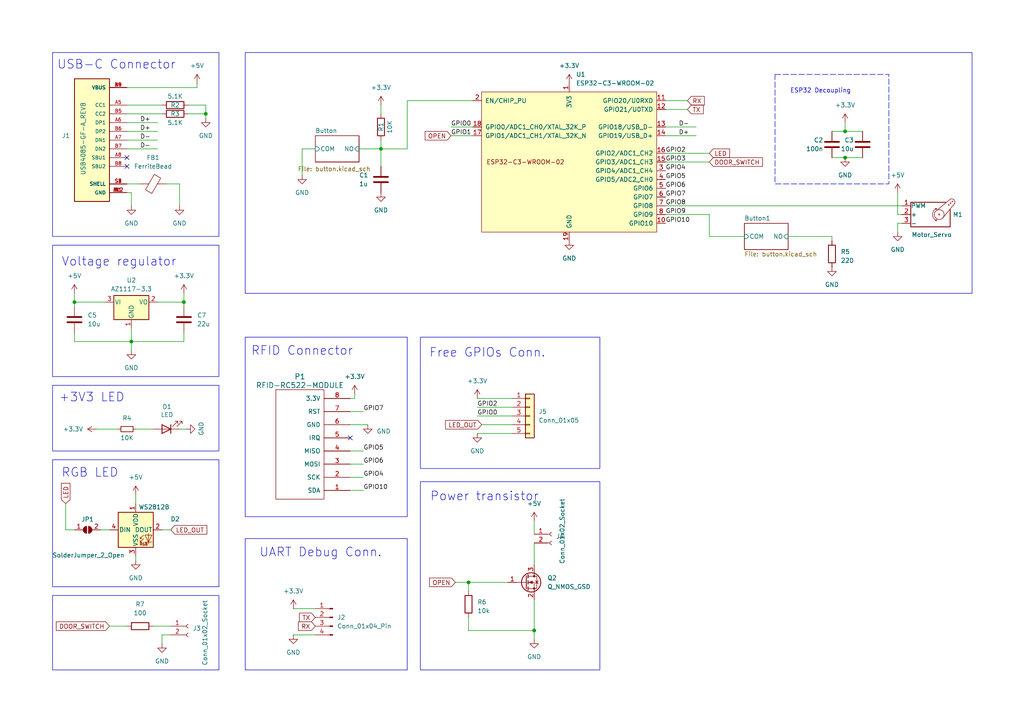
<source format=kicad_sch>
(kicad_sch (version 20231120) (generator "eeschema") (generator_version "8.0")
  (paper "A4")
  (title_block (title "SmartLockCC") (rev "1"))
  (lib_symbols
    (symbol "Connector:Conn_01x02_Socket" (pin_names (offset 1.016) hide)
      (property "Reference" "J" (at 0 2.54 0))
      (property "Value" "Conn_01x02_Socket" (at 0 -5.08 0))
      (symbol "Conn_01x02_Socket_1_1"
        (arc (start 0 -2.032) (mid -0.5058 -2.54) (end 0 -3.048) (stroke (width 0.1524)))
        (polyline (pts (xy -1.27 -2.54) (xy -0.508 -2.54)) (stroke (width 0.1524)))
        (polyline (pts (xy -1.27 0) (xy -0.508 0)) (stroke (width 0.1524)))
        (arc (start 0 0.508) (mid -0.5058 0) (end 0 -0.508) (stroke (width 0.1524)))
        (pin passive line (at -5.08 0 0) (length 3.81) (name "Pin_1") (number "1"))
        (pin passive line (at -5.08 -2.54 0) (length 3.81) (name "Pin_2") (number "2"))
      )
    )
    (symbol "Connector:Conn_01x04_Pin" (pin_names (offset 1.016) hide)
      (property "Reference" "J" (at 0 5.08 0))
      (property "Value" "Conn_01x04_Pin" (at 0 -7.62 0))
      (symbol "Conn_01x04_Pin_1_1"
        (polyline (pts (xy 1.27 -5.08) (xy 0.8636 -5.08)) (stroke (width 0.1524)))
        (polyline (pts (xy 1.27 -2.54) (xy 0.8636 -2.54)) (stroke (width 0.1524)))
        (polyline (pts (xy 1.27 0) (xy 0.8636 0)) (stroke (width 0.1524)))
        (polyline (pts (xy 1.27 2.54) (xy 0.8636 2.54)) (stroke (width 0.1524)))
        (rectangle (start 0.8636 -4.953) (end 0 -5.207) (stroke (width 0.1524)) (fill (type outline)))
        (rectangle (start 0.8636 -2.413) (end 0 -2.667) (stroke (width 0.1524)) (fill (type outline)))
        (rectangle (start 0.8636 0.127) (end 0 -0.127) (stroke (width 0.1524)) (fill (type outline)))
        (rectangle (start 0.8636 2.667) (end 0 2.413) (stroke (width 0.1524)) (fill (type outline)))
        (pin passive line (at 5.08 2.54 180) (length 3.81) (name "Pin_1") (number "1"))
        (pin passive line (at 5.08 0 180) (length 3.81) (name "Pin_2") (number "2"))
        (pin passive line (at 5.08 -2.54 180) (length 3.81) (name "Pin_3") (number "3"))
        (pin passive line (at 5.08 -5.08 180) (length 3.81) (name "Pin_4") (number "4"))
      )
    )
    (symbol "Connector_Generic:Conn_01x05" (pin_names (offset 1.016) hide)
      (property "Reference" "J" (at 0 7.62 0))
      (property "Value" "Conn_01x05" (at 0 -7.62 0))
      (symbol "Conn_01x05_1_1"
        (rectangle (start -1.27 -4.953) (end 0 -5.207) (stroke (width 0.1524)))
        (rectangle (start -1.27 -2.413) (end 0 -2.667) (stroke (width 0.1524)))
        (rectangle (start -1.27 0.127) (end 0 -0.127) (stroke (width 0.1524)))
        (rectangle (start -1.27 2.667) (end 0 2.413) (stroke (width 0.1524)))
        (rectangle (start -1.27 5.207) (end 0 4.953) (stroke (width 0.1524)))
        (rectangle (start -1.27 6.35) (end 1.27 -6.35) (stroke (width 0.254)) (fill (type background)))
        (pin passive line (at -5.08 5.08 0) (length 3.81) (name "Pin_1") (number "1"))
        (pin passive line (at -5.08 2.54 0) (length 3.81) (name "Pin_2") (number "2"))
        (pin passive line (at -5.08 0 0) (length 3.81) (name "Pin_3") (number "3"))
        (pin passive line (at -5.08 -2.54 0) (length 3.81) (name "Pin_4") (number "4"))
        (pin passive line (at -5.08 -5.08 0) (length 3.81) (name "Pin_5") (number "5"))
      )
    )
    (symbol "Device:C" (pin_numbers hide) (pin_names (offset 0.254))
      (property "Reference" "C" (at 0.635 2.54 0))
      (property "Value" "C" (at 0.635 -2.54 0))
      (symbol "C_0_1"
        (polyline (pts (xy -2.032 -0.762) (xy 2.032 -0.762)) (stroke (width 0.508)))
        (polyline (pts (xy -2.032 0.762) (xy 2.032 0.762)) (stroke (width 0.508)))
      )
      (symbol "C_1_1"
        (pin passive line (at 0 3.81 270) (length 2.794) (name "~") (number "1"))
        (pin passive line (at 0 -3.81 90) (length 2.794) (name "~") (number "2"))
      )
    )
    (symbol "Device:FerriteBead" (pin_numbers hide) (pin_names (offset 0))
      (property "Reference" "FB" (at -3.81 0.635 90))
      (property "Value" "FerriteBead" (at 3.81 0 90))
      (symbol "FerriteBead_0_1"
        (polyline (pts (xy 0 -1.27) (xy 0 -1.2192)))
        (polyline (pts (xy 0 1.27) (xy 0 1.2954)))
        (polyline (pts (xy -2.7686 0.4064) (xy -1.7018 2.2606) (xy 2.7686 -0.3048) (xy 1.6764 -2.159) (xy -2.7686 0.4064)))
      )
      (symbol "FerriteBead_1_1"
        (pin passive line (at 0 3.81 270) (length 2.54) (name "~") (number "1"))
        (pin passive line (at 0 -3.81 90) (length 2.54) (name "~") (number "2"))
      )
    )
    (symbol "Device:LED" (pin_numbers hide) (pin_names (offset 1.016) hide)
      (property "Reference" "D" (at 0 2.54 0))
      (property "Value" "LED" (at 0 -2.54 0))
      (symbol "LED_0_1"
        (polyline (pts (xy -1.27 -1.27) (xy -1.27 1.27)) (stroke (width 0.254)))
        (polyline (pts (xy -1.27 0) (xy 1.27 0)))
        (polyline (pts (xy 1.27 -1.27) (xy 1.27 1.27) (xy -1.27 0) (xy 1.27 -1.27)) (stroke (width 0.254)))
        (polyline (pts (xy -3.048 -0.762) (xy -4.572 -2.286) (xy -3.81 -2.286) (xy -4.572 -2.286) (xy -4.572 -1.524)))
        (polyline (pts (xy -1.778 -0.762) (xy -3.302 -2.286) (xy -2.54 -2.286) (xy -3.302 -2.286) (xy -3.302 -1.524)))
      )
      (symbol "LED_1_1"
        (pin passive line (at -3.81 0 0) (length 2.54) (name "K") (number "1"))
        (pin passive line (at 3.81 0 180) (length 2.54) (name "A") (number "2"))
      )
    )
    (symbol "Device:Q_NMOS_GSD" (pin_names (offset 0) hide)
      (property "Reference" "Q" (at 5.08 1.27 0))
      (property "Value" "Q_NMOS_GSD" (at 5.08 -1.27 0))
      (symbol "Q_NMOS_GSD_0_1"
        (polyline (pts (xy 0.254 0) (xy -2.54 0)))
        (polyline (pts (xy 0.254 1.905) (xy 0.254 -1.905)) (stroke (width 0.254)))
        (polyline (pts (xy 0.762 -1.27) (xy 0.762 -2.286)) (stroke (width 0.254)))
        (polyline (pts (xy 0.762 0.508) (xy 0.762 -0.508)) (stroke (width 0.254)))
        (polyline (pts (xy 0.762 2.286) (xy 0.762 1.27)) (stroke (width 0.254)))
        (polyline (pts (xy 2.54 2.54) (xy 2.54 1.778)))
        (polyline (pts (xy 2.54 -2.54) (xy 2.54 0) (xy 0.762 0)))
        (polyline (pts (xy 0.762 -1.778) (xy 3.302 -1.778) (xy 3.302 1.778) (xy 0.762 1.778)))
        (polyline (pts (xy 1.016 0) (xy 2.032 0.381) (xy 2.032 -0.381) (xy 1.016 0)) (fill (type outline)))
        (polyline (pts (xy 2.794 0.508) (xy 2.921 0.381) (xy 3.683 0.381) (xy 3.81 0.254)))
        (polyline (pts (xy 3.302 0.381) (xy 2.921 -0.254) (xy 3.683 -0.254) (xy 3.302 0.381)))
        (circle (center 1.651 0) (radius 2.794) (stroke (width 0.254)))
        (circle (center 2.54 -1.778) (radius 0.254) (fill (type outline)))
        (circle (center 2.54 1.778) (radius 0.254) (fill (type outline)))
      )
      (symbol "Q_NMOS_GSD_1_1"
        (pin input line (at -5.08 0 0) (length 2.54) (name "G") (number "1"))
        (pin passive line (at 2.54 -5.08 90) (length 2.54) (name "S") (number "2"))
        (pin passive line (at 2.54 5.08 270) (length 2.54) (name "D") (number "3"))
      )
    )
    (symbol "Device:R" (pin_numbers hide) (pin_names (offset 0))
      (property "Reference" "R" (at 2.032 0 90))
      (property "Value" "R" (at 0 0 90))
      (symbol "R_0_1"
        (rectangle (start -1.016 -2.54) (end 1.016 2.54) (stroke (width 0.254)))
      )
      (symbol "R_1_1"
        (pin passive line (at 0 3.81 270) (length 1.27) (name "~") (number "1"))
        (pin passive line (at 0 -3.81 90) (length 1.27) (name "~") (number "2"))
      )
    )
    (symbol "Device:R_Small" (pin_numbers hide) (pin_names (offset 0.254) hide)
      (property "Reference" "R" (at 0.762 0.508 0))
      (property "Value" "Device_R_Small" (at 0.762 -1.016 0))
      (symbol "R_Small_0_1"
        (rectangle (start -0.762 1.778) (end 0.762 -1.778) (stroke (width 0.2032)))
      )
      (symbol "R_Small_1_1"
        (pin passive line (at 0 2.54 270) (length 0.762) (name "~") (number "1"))
        (pin passive line (at 0 -2.54 90) (length 0.762) (name "~") (number "2"))
      )
    )
    (symbol "Espressif:ESP32-C3-WROOM-02" (pin_names (offset 1.016))
      (property "Reference" "U" (at -25.4 25.4 0))
      (property "Value" "ESP32-C3-WROOM-02" (at -25.4 22.86 0))
      (symbol "ESP32-C3-WROOM-02_0_0"
        (text "ESP32-C3-WROOM-02" (at -12.7 0 0) (effects (font (size 1.27 1.27))))
      )
      (symbol "ESP32-C3-WROOM-02_0_1"
        (rectangle (start 25.4 20.32) (end -25.4 -20.32) (fill (type background)))
      )
      (symbol "ESP32-C3-WROOM-02_1_1"
        (pin power_in line (at 0 22.86 270) (length 2.54) (name "3V3") (number "1"))
        (pin bidirectional line (at 27.94 -17.78 180) (length 2.54) (name "GPIO10") (number "10"))
        (pin bidirectional line (at 27.94 17.78 180) (length 2.54) (name "GPIO20/U0RXD") (number "11"))
        (pin bidirectional line (at 27.94 15.24 180) (length 2.54) (name "GPIO21/U0TXD") (number "12"))
        (pin bidirectional line (at 27.94 10.16 180) (length 2.54) (name "GPIO18/USB_D-") (number "13"))
        (pin bidirectional line (at 27.94 7.62 180) (length 2.54) (name "GPIO19/USB_D+") (number "14"))
        (pin bidirectional line (at 27.94 0 180) (length 2.54) (name "GPIO3/ADC1_CH3") (number "15"))
        (pin bidirectional line (at 27.94 2.54 180) (length 2.54) (name "GPIO2/ADC1_CH2") (number "16"))
        (pin bidirectional line (at -27.94 7.62 0) (length 2.54) (name "GPIO1/ADC1_CH1/XTAL_32K_N") (number "17"))
        (pin bidirectional line (at -27.94 10.16 0) (length 2.54) (name "GPIO0/ADC1_CH0/XTAL_32K_P") (number "18"))
        (pin power_in line (at 0 -22.86 90) (length 2.54) (name "GND") (number "19"))
        (pin input line (at -27.94 17.78 0) (length 2.54) (name "EN/CHIP_PU") (number "2"))
        (pin bidirectional line (at 27.94 -2.54 180) (length 2.54) (name "GPIO4/ADC1_CH4") (number "3"))
        (pin bidirectional line (at 27.94 -5.08 180) (length 2.54) (name "GPIO5/ADC2_CH0") (number "4"))
        (pin bidirectional line (at 27.94 -7.62 180) (length 2.54) (name "GPIO6") (number "5"))
        (pin bidirectional line (at 27.94 -10.16 180) (length 2.54) (name "GPIO7") (number "6"))
        (pin bidirectional line (at 27.94 -12.7 180) (length 2.54) (name "GPIO8") (number "7"))
        (pin bidirectional line (at 27.94 -15.24 180) (length 2.54) (name "GPIO9") (number "8"))
        (pin passive line (at 0 -22.86 90) (length 2.54) hide (name "GND") (number "9"))
      )
    )
    (symbol "Jumper:SolderJumper_2_Open" (pin_names (offset 0) hide)
      (property "Reference" "JP" (at 0 2.032 0))
      (property "Value" "SolderJumper_2_Open" (at 0 -2.54 0))
      (symbol "SolderJumper_2_Open_0_1"
        (arc (start -0.254 1.016) (mid -1.2656 0) (end -0.254 -1.016))
        (arc (start -0.254 1.016) (mid -1.2656 0) (end -0.254 -1.016) (fill (type outline)))
        (polyline (pts (xy -0.254 1.016) (xy -0.254 -1.016)))
        (polyline (pts (xy 0.254 1.016) (xy 0.254 -1.016)))
        (arc (start 0.254 -1.016) (mid 1.2656 0) (end 0.254 1.016))
        (arc (start 0.254 -1.016) (mid 1.2656 0) (end 0.254 1.016) (fill (type outline)))
      )
      (symbol "SolderJumper_2_Open_1_1"
        (pin passive line (at -3.81 0 0) (length 2.54) (name "A") (number "1"))
        (pin passive line (at 3.81 0 180) (length 2.54) (name "B") (number "2"))
      )
    )
    (symbol "LED:WS2812B" (pin_names (offset 0.254))
      (property "Reference" "D" (at 5.08 5.715 0))
      (property "Value" "WS2812B" (at 1.27 -5.715 0))
      (symbol "WS2812B_0_0"
        (text "RGB" (at 2.286 -4.191 0) (effects (font (size 0.762 0.762))))
      )
      (symbol "WS2812B_0_1"
        (polyline (pts (xy 1.27 -3.556) (xy 1.778 -3.556)))
        (polyline (pts (xy 1.27 -2.54) (xy 1.778 -2.54)))
        (polyline (pts (xy 4.699 -3.556) (xy 2.667 -3.556)))
        (polyline (pts (xy 2.286 -2.54) (xy 1.27 -3.556) (xy 1.27 -3.048)))
        (polyline (pts (xy 2.286 -1.524) (xy 1.27 -2.54) (xy 1.27 -2.032)))
        (polyline (pts (xy 3.683 -1.016) (xy 3.683 -3.556) (xy 3.683 -4.064)))
        (polyline (pts (xy 4.699 -1.524) (xy 2.667 -1.524) (xy 3.683 -3.556) (xy 4.699 -1.524)))
        (rectangle (start 5.08 5.08) (end -5.08 -5.08) (stroke (width 0.254)) (fill (type background)))
      )
      (symbol "WS2812B_1_1"
        (pin power_in line (at 0 7.62 270) (length 2.54) (name "VDD") (number "1"))
        (pin output line (at 7.62 0 180) (length 2.54) (name "DOUT") (number "2"))
        (pin power_in line (at 0 -7.62 90) (length 2.54) (name "VSS") (number "3"))
        (pin input line (at -7.62 0 0) (length 2.54) (name "DIN") (number "4"))
      )
    )
    (symbol "Motor:Motor_Servo" (pin_names (offset 0.0254))
      (property "Reference" "M" (at -5.08 4.445 0))
      (property "Value" "Motor_Servo" (at -5.08 -4.064 0))
      (symbol "Motor_Servo_0_1"
        (polyline (pts (xy 2.413 -1.778) (xy 2.032 -1.778)))
        (polyline (pts (xy 2.413 -1.778) (xy 2.286 -1.397)))
        (polyline (pts (xy 2.413 1.778) (xy 1.905 1.778)))
        (polyline (pts (xy 2.413 1.778) (xy 2.286 1.397)))
        (polyline (pts (xy 6.35 4.445) (xy 2.54 1.27)))
        (polyline (pts (xy 7.62 3.175) (xy 4.191 -1.016)))
        (polyline (pts (xy 5.08 3.556) (xy -5.08 3.556) (xy -5.08 -3.556) (xy 6.35 -3.556) (xy 6.35 1.524)) (stroke (width 0.254)))
        (arc (start 2.413 1.778) (mid 1.2406 0) (end 2.413 -1.778))
        (circle (center 3.175 0) (radius 0.1778))
        (circle (center 3.175 0) (radius 1.4224))
        (circle (center 5.969 2.794) (radius 0.127))
        (circle (center 6.477 3.302) (radius 0.127))
        (circle (center 6.985 3.81) (radius 0.127))
        (arc (start 7.62 3.175) (mid 7.4485 4.2735) (end 6.35 4.445))
      )
      (symbol "Motor_Servo_1_1"
        (pin passive line (at -7.62 2.54 0) (length 2.54) (name "PWM") (number "1"))
        (pin passive line (at -7.62 0 0) (length 2.54) (name "+") (number "2"))
        (pin passive line (at -7.62 -2.54 0) (length 2.54) (name "-") (number "3"))
      )
    )
    (symbol "Regulator_Linear:AZ1117-3.3" (pin_names (offset 0.254))
      (property "Reference" "U" (at -3.81 3.175 0))
      (property "Value" "AZ1117-3.3" (at 0 3.175 0))
      (symbol "AZ1117-3.3_0_1"
        (rectangle (start -5.08 1.905) (end 5.08 -5.08) (stroke (width 0.254)) (fill (type background)))
      )
      (symbol "AZ1117-3.3_1_1"
        (pin power_in line (at 0 -7.62 90) (length 2.54) (name "GND") (number "1"))
        (pin power_out line (at 7.62 0 180) (length 2.54) (name "VO") (number "2"))
        (pin power_in line (at -7.62 0 0) (length 2.54) (name "VI") (number "3"))
      )
    )
    (symbol "USB4085-GF-A_REVB:USB4085-GF-A_REVB" (pin_names (offset 1.016))
      (property "Reference" "J" (at -5.08 18.288 0))
      (property "Value" "USB4085-GF-A_REVB" (at -5.08 -20.32 0))
      (symbol "USB4085-GF-A_REVB_0_0"
        (rectangle (start -5.08 -17.78) (end 5.08 17.78) (stroke (width 0.254)) (fill (type background)))
        (pin power_in line (at -10.16 -15.24 0) (length 5.08) (name "GND") (number "A1"))
        (pin power_in line (at -10.16 -15.24 0) (length 5.08) (name "GND") (number "A12"))
        (pin power_in line (at -10.16 15.24 0) (length 5.08) (name "VBUS") (number "A4"))
        (pin bidirectional line (at -10.16 10.16 0) (length 5.08) (name "CC1") (number "A5"))
        (pin bidirectional line (at -10.16 5.08 0) (length 5.08) (name "DP1") (number "A6"))
        (pin bidirectional line (at -10.16 0 0) (length 5.08) (name "DN1") (number "A7"))
        (pin bidirectional line (at -10.16 -5.08 0) (length 5.08) (name "SBU1") (number "A8"))
        (pin power_in line (at -10.16 15.24 0) (length 5.08) (name "VBUS") (number "A9"))
        (pin power_in line (at -10.16 -15.24 0) (length 5.08) (name "GND") (number "B1"))
        (pin power_in line (at -10.16 -15.24 0) (length 5.08) (name "GND") (number "B12"))
        (pin power_in line (at -10.16 15.24 0) (length 5.08) (name "VBUS") (number "B4"))
        (pin bidirectional line (at -10.16 7.62 0) (length 5.08) (name "CC2") (number "B5"))
        (pin bidirectional line (at -10.16 2.54 0) (length 5.08) (name "DP2") (number "B6"))
        (pin bidirectional line (at -10.16 -2.54 0) (length 5.08) (name "DN2") (number "B7"))
        (pin bidirectional line (at -10.16 -7.62 0) (length 5.08) (name "SBU2") (number "B8"))
        (pin power_in line (at -10.16 15.24 0) (length 5.08) (name "VBUS") (number "B9"))
        (pin passive line (at -10.16 -12.7 0) (length 5.08) (name "SHELL") (number "S1"))
        (pin passive line (at -10.16 -12.7 0) (length 5.08) (name "SHELL") (number "S2"))
        (pin passive line (at -10.16 -12.7 0) (length 5.08) (name "SHELL") (number "S3"))
        (pin passive line (at -10.16 -12.7 0) (length 5.08) (name "SHELL") (number "S4"))
      )
    )
    (symbol "power:+3.3V" (power) (pin_names (offset 0))
      (property "Value" "+3.3V" (at 0 3.556 0))
      (symbol "+3.3V_0_1"
        (polyline (pts (xy -0.762 1.27) (xy 0 2.54)))
        (polyline (pts (xy 0 0) (xy 0 2.54)))
        (polyline (pts (xy 0 2.54) (xy 0.762 1.27)))
      )
      (symbol "+3.3V_1_1"
        (pin power_in line (at 0 0 90) (length 0) hide (name "+3.3V") (number "1"))
      )
    )
    (symbol "power:+5V" (power) (pin_names (offset 0))
      (property "Value" "+5V" (at 0 3.556 0))
      (symbol "+5V_0_1"
        (polyline (pts (xy -0.762 1.27) (xy 0 2.54)))
        (polyline (pts (xy 0 0) (xy 0 2.54)))
        (polyline (pts (xy 0 2.54) (xy 0.762 1.27)))
      )
      (symbol "+5V_1_1"
        (pin power_in line (at 0 0 90) (length 0) hide (name "+5V") (number "1"))
      )
    )
    (symbol "power:GND" (power) (pin_names (offset 0))
      (property "Value" "GND" (at 0 -3.81 0))
      (symbol "GND_0_1"
        (polyline (pts (xy 0 0) (xy 0 -1.27) (xy 1.27 -1.27) (xy 0 -2.54) (xy -1.27 -1.27) (xy 0 -1.27)))
      )
      (symbol "GND_1_1"
        (pin power_in line (at 0 0 270) (length 0) hide (name "GND") (number "1"))
      )
    )
    (symbol "rfid-rc522-module:RFID-RC522-MODULE" (pin_names (offset 1.016))
      (property "Reference" "P" (at 0 1.27 0))
      (property "Value" "RFID-RC522-MODULE" (at -1.27 3.81 0))
      (symbol "RFID-RC522-MODULE_0_1"
        (rectangle (start -16.51 7.62) (end 15.24 -6.35))
      )
      (symbol "RFID-RC522-MODULE_1_1"
        (pin input line (at -13.97 -13.97 90) (length 7.62) (name "SDA") (number "1"))
        (pin input line (at -10.16 -13.97 90) (length 7.62) (name "SCK") (number "2"))
        (pin input line (at -6.35 -13.97 90) (length 7.62) (name "MOSI") (number "3"))
        (pin input line (at -2.54 -13.97 90) (length 7.62) (name "MISO") (number "4"))
        (pin input line (at 1.27 -13.97 90) (length 7.62) (name "IRQ") (number "5"))
        (pin input line (at 5.08 -13.97 90) (length 7.62) (name "GND") (number "6"))
        (pin input line (at 8.89 -13.97 90) (length 7.62) (name "RST") (number "7"))
        (pin input line (at 12.7 -13.97 90) (length 7.62) (name "3.3V") (number "8"))
      )
    )
  )
  (junction (at 245.11 45.72))
  (junction (at 154.94 182.88))
  (junction (at 38.1 99.06))
  (junction (at 53.34 87.63))
  (junction (at 21.59 87.63))
  (junction (at 245.11 38.1))
  (junction (at 135.89 168.91))
  (junction (at 59.69 33.02))
  (junction (at 110.49 43.18))
  (no_connect (at 36.83 45.72))
  (no_connect (at 101.6 127))
  (no_connect (at 36.83 48.26))
  (wire (pts (xy 245.11 38.1) (xy 250.19 38.1)))
  (wire (pts (xy 54.61 33.02) (xy 59.69 33.02)))
  (wire (pts (xy 46.99 186.69) (xy 46.99 184.15)))
  (wire (pts (xy 241.3 68.58) (xy 241.3 69.85)))
  (wire (pts (xy 45.72 87.63) (xy 53.34 87.63)))
  (wire (pts (xy 199.39 29.21) (xy 193.04 29.21)))
  (wire (pts (xy 105.41 138.43) (xy 101.6 138.43)))
  (wire (pts (xy 87.63 43.18) (xy 87.63 50.8)))
  (wire (pts (xy 19.05 153.67) (xy 21.59 153.67)))
  (wire (pts (xy 205.74 68.58) (xy 215.9 68.58)))
  (wire (pts (xy 205.74 46.99) (xy 193.04 46.99)))
  (wire (pts (xy 154.94 157.48) (xy 154.94 163.83)))
  (wire (pts (xy 118.11 29.21) (xy 137.16 29.21)))
  (wire (pts (xy 85.09 184.15) (xy 91.44 184.15)))
  (wire (pts (xy 57.15 24.13) (xy 57.15 25.4)))
  (wire (pts (xy 105.41 142.24) (xy 101.6 142.24)))
  (wire (pts (xy 260.35 62.23) (xy 261.62 62.23)))
  (wire (pts (xy 38.1 101.6) (xy 38.1 99.06)))
  (polyline (pts (xy 71.12 156.21) (xy 71.12 194.31)))
  (wire (pts (xy 53.34 99.06) (xy 53.34 96.52)))
  (wire (pts (xy 36.83 43.18) (xy 45.72 43.18)))
  (wire (pts (xy 135.89 179.07) (xy 135.89 182.88)))
  (wire (pts (xy 21.59 99.06) (xy 38.1 99.06)))
  (wire (pts (xy 53.34 87.63) (xy 53.34 88.9)))
  (wire (pts (xy 241.3 45.72) (xy 245.11 45.72)))
  (wire (pts (xy 147.32 168.91) (xy 135.89 168.91)))
  (wire (pts (xy 135.89 182.88) (xy 154.94 182.88)))
  (wire (pts (xy 59.69 30.48) (xy 54.61 30.48)))
  (wire (pts (xy 135.89 168.91) (xy 135.89 171.45)))
  (wire (pts (xy 193.04 59.69) (xy 261.62 59.69)))
  (wire (pts (xy 59.69 30.48) (xy 59.69 33.02)))
  (wire (pts (xy 260.35 55.88) (xy 260.35 62.23)))
  (wire (pts (xy 39.37 143.51) (xy 39.37 146.05)))
  (wire (pts (xy 138.43 115.57) (xy 148.59 115.57)))
  (wire (pts (xy 102.87 115.57) (xy 102.87 114.3)))
  (wire (pts (xy 104.14 43.18) (xy 110.49 43.18)))
  (wire (pts (xy 48.26 53.34) (xy 52.07 53.34)))
  (wire (pts (xy 245.11 38.1) (xy 241.3 38.1)))
  (wire (pts (xy 205.74 68.58) (xy 205.74 62.23)))
  (wire (pts (xy 39.37 161.29) (xy 39.37 162.56)))
  (wire (pts (xy 52.07 53.34) (xy 52.07 59.69)))
  (wire (pts (xy 199.39 31.75) (xy 193.04 31.75)))
  (wire (pts (xy 105.41 119.38) (xy 101.6 119.38)))
  (wire (pts (xy 154.94 151.13) (xy 154.94 154.94)))
  (wire (pts (xy 130.81 36.83) (xy 137.16 36.83)))
  (wire (pts (xy 38.1 55.88) (xy 36.83 55.88)))
  (wire (pts (xy 101.6 130.81) (xy 105.41 130.81)))
  (wire (pts (xy 154.94 182.88) (xy 154.94 185.42)))
  (wire (pts (xy 19.05 146.05) (xy 19.05 153.67)))
  (wire (pts (xy 138.43 118.11) (xy 148.59 118.11)))
  (wire (pts (xy 245.11 45.72) (xy 250.19 45.72)))
  (wire (pts (xy 53.34 85.09) (xy 53.34 87.63)))
  (wire (pts (xy 31.75 181.61) (xy 36.83 181.61)))
  (wire (pts (xy 261.62 64.77) (xy 260.35 64.77)))
  (wire (pts (xy 59.69 33.02) (xy 59.69 34.29)))
  (wire (pts (xy 193.04 39.37) (xy 201.93 39.37)))
  (wire (pts (xy 38.1 55.88) (xy 38.1 59.69)))
  (wire (pts (xy 44.45 124.46) (xy 39.37 124.46)))
  (wire (pts (xy 44.45 181.61) (xy 49.53 181.61)))
  (wire (pts (xy 138.43 125.73) (xy 148.59 125.73)))
  (wire (pts (xy 154.94 173.99) (xy 154.94 182.88)))
  (wire (pts (xy 228.6 68.58) (xy 241.3 68.58)))
  (wire (pts (xy 101.6 123.19) (xy 106.68 123.19)))
  (wire (pts (xy 102.87 115.57) (xy 101.6 115.57)))
  (wire (pts (xy 46.99 184.15) (xy 49.53 184.15)))
  (polyline (pts (xy 71.12 156.21) (xy 118.11 156.21)))
  (wire (pts (xy 130.81 39.37) (xy 137.16 39.37)))
  (wire (pts (xy 36.83 38.1) (xy 45.72 38.1)))
  (polyline (pts (xy 118.11 156.21) (xy 118.11 194.31)))
  (wire (pts (xy 36.83 40.64) (xy 45.72 40.64)))
  (wire (pts (xy 36.83 33.02) (xy 46.99 33.02)))
  (wire (pts (xy 34.29 124.46) (xy 27.94 124.46)))
  (wire (pts (xy 29.21 153.67) (xy 31.75 153.67)))
  (wire (pts (xy 38.1 99.06) (xy 38.1 95.25)))
  (wire (pts (xy 49.53 153.67) (xy 46.99 153.67)))
  (wire (pts (xy 38.1 99.06) (xy 53.34 99.06)))
  (wire (pts (xy 21.59 87.63) (xy 21.59 88.9)))
  (wire (pts (xy 21.59 96.52) (xy 21.59 99.06)))
  (polyline (pts (xy 118.11 194.31) (xy 71.12 194.31)))
  (wire (pts (xy 193.04 36.83) (xy 201.93 36.83)))
  (wire (pts (xy 138.43 120.65) (xy 148.59 120.65)))
  (wire (pts (xy 46.99 30.48) (xy 36.83 30.48)))
  (wire (pts (xy 57.15 25.4) (xy 36.83 25.4)))
  (wire (pts (xy 110.49 43.18) (xy 110.49 48.26)))
  (wire (pts (xy 260.35 64.77) (xy 260.35 67.31)))
  (wire (pts (xy 245.11 35.56) (xy 245.11 38.1)))
  (wire (pts (xy 21.59 87.63) (xy 21.59 85.09)))
  (wire (pts (xy 85.09 176.53) (xy 91.44 176.53)))
  (wire (pts (xy 118.11 29.21) (xy 118.11 43.18)))
  (wire (pts (xy 36.83 35.56) (xy 45.72 35.56)))
  (wire (pts (xy 118.11 43.18) (xy 110.49 43.18)))
  (wire (pts (xy 36.83 53.34) (xy 40.64 53.34)))
  (wire (pts (xy 30.48 87.63) (xy 21.59 87.63)))
  (wire (pts (xy 101.6 134.62) (xy 105.41 134.62)))
  (wire (pts (xy 110.49 40.64) (xy 110.49 43.18)))
  (wire (pts (xy 205.74 44.45) (xy 193.04 44.45)))
  (wire (pts (xy 110.49 30.48) (xy 110.49 33.02)))
  (wire (pts (xy 205.74 62.23) (xy 193.04 62.23)))
  (wire (pts (xy 132.08 168.91) (xy 135.89 168.91)))
  (wire (pts (xy 91.44 43.18) (xy 87.63 43.18)))
  (wire (pts (xy 52.07 124.46) (xy 53.975 124.46)))
  (wire (pts (xy 139.7 123.19) (xy 148.59 123.19)))
  (rectangle (start 15.24 111.76) (end 63.5 130.81))
  (rectangle (start 121.92 139.7) (end 173.99 194.31))
  (rectangle (start 224.79 21.59) (end 257.81 53.34) (stroke (width 0) (type dash)))
  (rectangle (start 71.12 97.79) (end 118.11 149.86))
  (rectangle (start 15.24 133.35) (end 63.5 170.18))
  (rectangle (start 15.24 15.24) (end 63.5 68.58))
  (rectangle (start 15.24 71.12) (end 63.5 109.22))
  (rectangle (start 71.12 15.24) (end 281.94 85.09))
  (rectangle (start 15.24 172.72) (end 63.5 194.31))
  (rectangle (start 121.92 97.79) (end 173.99 135.89))
  (text "Voltage regulator" (at 17.78 77.47 0) (effects (font (size 2.54 2.54)) (justify left bottom)))
  (text "+3V3 LED" (at 17.018 116.84 0) (effects (font (size 2.54 2.54)) (justify left bottom)))
  (text "RGB LED" (at 17.78 138.684 0) (effects (font (size 2.54 2.54)) (justify left bottom)))
  (text "UART Debug Conn." (at 75.184 161.798 0) (effects (font (size 2.54 2.54)) (justify left bottom)))
  (text "RFID Connector" (at 87.63 101.854 0) (effects (font (size 2.54 2.54))))
  (text "Power transistor" (at 124.714 145.542 0) (effects (font (size 2.54 2.54)) (justify left bottom)))
  (text "ESP32 Decoupling" (at 237.998 26.416 0) (effects (font (size 1.27 1.27))))
  (text "USB-C Connector" (at 16.51 20.32 0) (effects (font (size 2.54 2.54)) (justify left bottom)))
  (text "Free GPIOs Conn." (at 124.46 103.886 0) (effects (font (size 2.54 2.54)) (justify left bottom)))
  (label "GPIO5" (at 105.41 130.81 0))
  (label "D-" (at 40.64 40.64 0))
  (label "GPIO5" (at 193.04 52.07 0))
  (label "D+" (at 40.64 38.1 0))
  (label "GPIO6" (at 105.41 134.62 0))
  (label "GPIO2" (at 193.04 44.45 0))
  (label "GPIO8" (at 193.04 59.69 0))
  (label "GPIO4" (at 105.41 138.43 0))
  (label "GPIO2" (at 138.43 118.11 0))
  (label "GPIO1" (at 130.81 39.37 0))
  (label "GPIO0" (at 138.43 120.65 0))
  (label "GPIO7" (at 105.41 119.38 0))
  (label "GPIO6" (at 193.04 54.61 0))
  (label "GPIO0" (at 130.81 36.83 0))
  (label "D-" (at 196.85 36.83 0))
  (label "D+" (at 196.85 39.37 0))
  (label "D-" (at 40.64 43.18 0))
  (label "GPIO3" (at 193.04 46.99 0))
  (label "GPIO9" (at 193.04 62.23 0))
  (label "D+" (at 40.64 35.56 0))
  (label "GPIO4" (at 193.04 49.53 0))
  (label "GPIO10" (at 193.04 64.77 0))
  (label "GPIO10" (at 105.41 142.24 0))
  (label "GPIO7" (at 193.04 57.15 0))
  (global_label "RX" (shape input) (at 91.44 181.61 180) (property "Intersheetrefs" "${INTERSHEET_REFS}" (effects (hide yes))))
  (global_label "LED" (shape input) (at 205.74 44.45 0) (property "Intersheetrefs" "${INTERSHEET_REFS}" (effects (hide yes))))
  (global_label "TX" (shape input) (at 91.44 179.07 180) (property "Intersheetrefs" "${INTERSHEET_REFS}" (effects (hide yes))))
  (global_label "TX" (shape input) (at 199.39 31.75 0) (property "Intersheetrefs" "${INTERSHEET_REFS}" (effects (hide yes))))
  (global_label "OPEN" (shape input) (at 132.08 168.91 180) (property "Intersheetrefs" "${INTERSHEET_REFS}" (effects (hide yes))))
  (global_label "LED" (shape input) (at 19.05 146.05 90) (property "Intersheetrefs" "${INTERSHEET_REFS}" (effects (hide yes))))
  (global_label "DOOR_SWITCH" (shape input) (at 205.74 46.99 0) (property "Intersheetrefs" "${INTERSHEET_REFS}" (effects (hide yes))))
  (global_label "LED_OUT" (shape input) (at 139.7 123.19 180) (property "Intersheetrefs" "${INTERSHEET_REFS}" (effects (hide yes))))
  (global_label "LED_OUT" (shape input) (at 49.53 153.67 0) (property "Intersheetrefs" "${INTERSHEET_REFS}" (effects (hide yes))))
  (global_label "OPEN" (shape input) (at 130.81 39.37 180) (property "Intersheetrefs" "${INTERSHEET_REFS}" (effects (hide yes))))
  (global_label "RX" (shape input) (at 199.39 29.21 0) (property "Intersheetrefs" "${INTERSHEET_REFS}" (effects (hide yes))))
  (global_label "DOOR_SWITCH" (shape input) (at 31.75 181.61 180) (property "Intersheetrefs" "${INTERSHEET_REFS}" (effects (hide yes))))
  (symbol (lib_id "USB4085-GF-A_REVB:USB4085-GF-A_REVB") (at 26.67 40.64 0) (mirror y) (unit 1)
    (property "Reference" "J1" (at 20.32 39.37 0) (effects (justify left)))
    (property "Value" "USB4085-GF-A_REVB" (at 24.13 50.8 90) (effects (justify left)))
    (property "Footprint" "Local footprints:GCT_USB4085-GF-A_REVB" (effects (hide yes)))
    (property "Datasheet" "https://www.mouser.fr/datasheet/2/837/GCT_usb4085-3240028.pdf" (effects (hide yes)))
    (property "Description" "\nUSB-C (USB TYPE-C) USB 2.0 Receptacle Connector 24 (16+8 Dummy) Position Through Hole, Right Angle, low cost, 3.46mm profile, 16 pin, horizontal, Top mount\n" (effects (hide yes)))
    (property "MF" "Global Connector Technology" (effects (hide yes)))
    (property "MAXIMUM_PACKAGE_HEIGHT" "3.16mm" (effects (hide yes)))
    (property "Package" "None" (effects (hide yes)))
    (property "Price" "None" (effects (hide yes)))
    (property "Check_prices" "https://www.snapeda.com/parts/USB4085-GF-A/Global+Connector+Technology/view-part/?ref=eda" (effects (hide yes)))
    (property "STANDARD" "Manufacturer Recommendations" (effects (hide yes)))
    (property "PARTREV" "B" (effects (hide yes)))
    (property "SnapEDA_Link" "https://www.snapeda.com/parts/USB4085-GF-A/Global+Connector+Technology/view-part/?ref=snap" (effects (hide yes)))
    (property "MP" "USB4085-GF-A" (effects (hide yes)))
    (property "MANUFACTURER" "Global Connector Technology" (effects (hide yes)))
    (property "Availability" "In Stock" (effects (hide yes)))
    (property "SNAPEDA_PN" "USB4085-GF-A" (effects (hide yes)))
  )
  (symbol (lib_id "power:GND") (at 138.43 125.73 0) (unit 1)
    (property "Reference" "#PWR027" (effects (hide yes)))
    (property "Value" "GND" (at 138.43 130.81 0))
  )
  (symbol (lib_id "Espressif:ESP32-C3-WROOM-02") (at 165.1 46.99 0) (unit 1)
    (property "Reference" "U1" (at 167.0559 21.59 0) (effects (justify left)))
    (property "Value" "ESP32-C3-WROOM-02" (at 167.0559 24.13 0) (effects (justify left)))
    (property "Footprint" "Espressif:ESP32-C3-WROOM-02" (effects (hide yes)))
    (property "Datasheet" "https://www.espressif.com/sites/default/files/documentation/esp32-c3-wroom-02_datasheet_en.pdf" (effects (hide yes)))
  )
  (symbol (lib_id "Device:C") (at 53.34 92.71 0) (unit 1)
    (property "Reference" "C7" (at 57.15 91.44 0) (effects (justify left)))
    (property "Value" "22u" (at 57.15 93.98 0) (effects (justify left)))
    (property "Footprint" "Capacitor_SMD:C_0805_2012Metric_Pad1.18x1.45mm_HandSolder" (effects (hide yes)))
  )
  (symbol (lib_id "power:+5V") (at 154.94 151.13 0) (unit 1)
    (property "Reference" "#PWR016" (effects (hide yes)))
    (property "Value" "+5V" (at 154.94 146.05 0))
  )
  (symbol (lib_id "Connector:Conn_01x02_Socket") (at 54.61 181.61 0) (unit 1)
    (property "Reference" "J3" (at 55.88 182.245 0) (effects (justify left)))
    (property "Value" "Conn_01x02_Socket" (at 59.436 193.04 90) (effects (justify left)))
    (property "Footprint" "Connector_PinSocket_2.54mm:PinSocket_1x02_P2.54mm_Horizontal" (effects (hide yes)))
  )
  (symbol (lib_id "power:GND") (at 260.35 67.31 0) (mirror y) (unit 1)
    (property "Reference" "#PWR018" (effects (hide yes)))
    (property "Value" "GND" (at 260.35 72.39 0))
  )
  (symbol (lib_id "power:GND") (at 245.11 45.72 0) (unit 1)
    (property "Reference" "#PWR022" (effects (hide yes)))
    (property "Value" "GND" (at 245.11 50.8 0))
  )
  (symbol (lib_id "power:+3.3V") (at 85.09 176.53 0) (unit 1)
    (property "Reference" "#PWR019" (effects (hide yes)))
    (property "Value" "+3.3V" (at 85.09 171.45 0))
  )
  (symbol (lib_id "Device:C") (at 110.49 52.07 0) (unit 1)
    (property "Reference" "C1" (at 104.14 50.8 0) (effects (justify left)))
    (property "Value" "1u" (at 104.14 53.34 0) (effects (justify left)))
    (property "Footprint" "Capacitor_SMD:C_0805_2012Metric_Pad1.18x1.45mm_HandSolder" (effects (hide yes)))
  )
  (symbol (lib_id "power:GND") (at 38.1 101.6 0) (unit 1)
    (property "Reference" "#PWR029" (effects (hide yes)))
    (property "Value" "GND" (at 38.1 106.68 0))
  )
  (symbol (lib_id "Connector_Generic:Conn_01x05") (at 153.67 120.65 0) (unit 1)
    (property "Reference" "J5" (at 156.21 119.38 0) (effects (justify left)))
    (property "Value" "Conn_01x05" (at 156.21 121.92 0) (effects (justify left)))
    (property "Footprint" "Connector_PinHeader_2.00mm:PinHeader_1x05_P2.00mm_Vertical" (effects (hide yes)))
  )
  (symbol (lib_id "power:GND") (at 46.99 186.69 0) (unit 1)
    (property "Reference" "#PWR024" (effects (hide yes)))
    (property "Value" "GND" (at 46.99 191.77 0))
  )
  (symbol (lib_id "Connector:Conn_01x04_Pin") (at 96.52 179.07 0) (mirror y) (unit 1)
    (property "Reference" "J2" (at 97.79 179.07 0) (effects (justify right)))
    (property "Value" "Conn_01x04_Pin" (at 97.79 181.61 0) (effects (justify right)))
    (property "Footprint" "Connector_PinHeader_2.54mm:PinHeader_1x04_P2.54mm_Vertical" (effects (hide yes)))
  )
  (symbol (lib_id "power:GND") (at 110.49 55.88 0) (unit 1)
    (property "Reference" "#PWR05" (effects (hide yes)))
    (property "Value" "GND" (at 110.49 60.96 0))
  )
  (symbol (lib_id "power:GND") (at 241.3 77.47 0) (mirror y) (unit 1)
    (property "Reference" "#PWR023" (effects (hide yes)))
    (property "Value" "GND" (at 241.3 82.55 0))
  )
  (symbol (lib_id "power:GND") (at 85.09 184.15 0) (unit 1)
    (property "Reference" "#PWR020" (effects (hide yes)))
    (property "Value" "GND" (at 85.09 189.23 0))
  )
  (symbol (lib_id "Device:R") (at 110.49 36.83 180) (unit 1)
    (property "Reference" "R1" (at 110.49 36.83 90))
    (property "Value" "10K" (at 113.03 36.83 90))
    (property "Footprint" "Resistor_SMD:R_0805_2012Metric_Pad1.20x1.40mm_HandSolder" (effects (hide yes)))
  )
  (symbol (lib_id "Device:R") (at 50.8 30.48 270) (mirror x) (unit 1)
    (property "Reference" "R2" (at 50.8 30.48 90))
    (property "Value" "5.1K" (at 50.8 27.94 90))
    (property "Footprint" "Resistor_SMD:R_0805_2012Metric_Pad1.20x1.40mm_HandSolder" (effects (hide yes)))
  )
  (symbol (lib_id "Device:R") (at 135.89 175.26 0) (unit 1)
    (property "Reference" "R6" (at 138.43 174.625 0) (effects (justify left)))
    (property "Value" "10k" (at 138.43 177.165 0) (effects (justify left)))
    (property "Footprint" "Resistor_SMD:R_0805_2012Metric_Pad1.20x1.40mm_HandSolder" (effects (hide yes)))
  )
  (symbol (lib_id "Motor:Motor_Servo") (at 269.24 62.23 0) (unit 1)
    (property "Reference" "M1" (at 276.352 62.23 0) (effects (justify left)))
    (property "Value" "Motor_Servo" (at 264.414 68.072 0) (effects (justify left)))
    (property "Footprint" "Connector_PinHeader_2.54mm:PinHeader_1x03_P2.54mm_Horizontal" (effects (hide yes)))
    (property "Datasheet" "http://forums.parallax.com/uploads/attachments/46831/74481.png" (effects (hide yes)))
  )
  (symbol (lib_id "Device:R_Small") (at 36.83 124.46 90) (unit 1)
    (property "Reference" "R4" (at 36.83 121.285 90))
    (property "Value" "10K" (at 36.83 127 90))
    (property "Footprint" "Resistor_SMD:R_0805_2012Metric_Pad1.20x1.40mm_HandSolder" (effects (hide yes)))
    (property "MPN" "DNP" (effects (hide yes)))
    (property "Manufacturer" "DNP" (effects (hide yes)))
    (property "MYPN" "DNP" (effects (hide yes)))
    (property "DNP" "X" (effects (hide yes)))
    (property "DPN" "DNP" (effects (hide yes)))
  )
  (symbol (lib_id "Device:R") (at 40.64 181.61 270) (unit 1)
    (property "Reference" "R7" (at 40.64 175.26 90))
    (property "Value" "100" (at 40.64 177.8 90))
    (property "Footprint" "Resistor_SMD:R_0805_2012Metric_Pad1.20x1.40mm_HandSolder" (effects (hide yes)))
  )
  (symbol (lib_id "Device:C") (at 21.59 92.71 0) (unit 1)
    (property "Reference" "C5" (at 25.4 91.44 0) (effects (justify left)))
    (property "Value" "10u" (at 25.4 93.98 0) (effects (justify left)))
    (property "Footprint" "Capacitor_SMD:C_0805_2012Metric_Pad1.18x1.45mm_HandSolder" (effects (hide yes)))
  )
  (symbol (lib_id "Device:C") (at 241.3 41.91 0) (unit 1)
    (property "Reference" "C2" (at 238.76 40.64 0) (effects (justify right)))
    (property "Value" "100n" (at 238.76 43.18 0) (effects (justify right)))
    (property "Footprint" "Capacitor_SMD:C_0805_2012Metric_Pad1.18x1.45mm_HandSolder" (effects (hide yes)))
  )
  (symbol (lib_id "Jumper:SolderJumper_2_Open") (at 25.4 153.67 0) (unit 1)
    (property "Reference" "JP1" (at 25.4 150.622 0))
    (property "Value" "SolderJumper_2_Open" (at 25.654 161.036 0))
    (property "Footprint" "Jumper:SolderJumper-2_P1.3mm_Open_TrianglePad1.0x1.5mm" (effects (hide yes)))
  )
  (symbol (lib_id "power:GND") (at 39.37 162.56 0) (unit 1)
    (property "Reference" "#PWR017" (effects (hide yes)))
    (property "Value" "GND" (at 39.37 167.64 0))
  )
  (symbol (lib_id "power:+3.3V") (at 27.94 124.46 90) (mirror x) (unit 1)
    (property "Reference" "#PWR010" (effects (hide yes)))
    (property "Value" "+3.3V" (at 24.13 124.46 90) (effects (justify left)))
  )
  (symbol (lib_id "power:+3.3V") (at 53.34 85.09 0) (unit 1)
    (property "Reference" "#PWR030" (effects (hide yes)))
    (property "Value" "+3.3V" (at 53.34 80.01 0))
  )
  (symbol (lib_id "power:+3.3V") (at 138.43 115.57 0) (unit 1)
    (property "Reference" "#PWR026" (effects (hide yes)))
    (property "Value" "+3.3V" (at 138.43 110.49 0))
  )
  (symbol (lib_id "Device:R") (at 241.3 73.66 0) (unit 1)
    (property "Reference" "R5" (at 243.84 73.025 0) (effects (justify left)))
    (property "Value" "220" (at 243.84 75.565 0) (effects (justify left)))
    (property "Footprint" "Resistor_SMD:R_0805_2012Metric_Pad1.20x1.40mm_HandSolder" (effects (hide yes)))
  )
  (symbol (lib_id "power:+5V") (at 39.37 143.51 0) (unit 1)
    (property "Reference" "#PWR013" (effects (hide yes)))
    (property "Value" "+5V" (at 39.37 138.43 0))
  )
  (symbol (lib_id "Device:FerriteBead") (at 44.45 53.34 90) (unit 1)
    (property "Reference" "FB1" (at 44.3992 45.72 90))
    (property "Value" "FerriteBead" (at 44.3992 48.26 90))
    (property "Footprint" "Resistor_SMD:R_0805_2012Metric_Pad1.20x1.40mm_HandSolder" (effects (hide yes)))
    (property "Datasheet" "https://www.mouser.fr/datasheet/2/396/LSM01_e-3082089.pdf" (effects (hide yes)))
  )
  (symbol (lib_id "Device:Q_NMOS_GSD") (at 152.4 168.91 0) (unit 1)
    (property "Reference" "Q2" (at 158.75 167.64 0) (effects (justify left)))
    (property "Value" "Q_NMOS_GSD" (at 158.75 170.18 0) (effects (justify left)))
    (property "Footprint" "Package_TO_SOT_SMD:SOT-23-3" (effects (hide yes)))
  )
  (symbol (lib_id "power:+5V") (at 57.15 24.13 0) (unit 1)
    (property "Reference" "#PWR08" (effects (hide yes)))
    (property "Value" "+5V" (at 57.15 19.05 0))
  )
  (symbol (lib_id "power:+3.3V") (at 110.49 30.48 0) (unit 1)
    (property "Reference" "#PWR04" (effects (hide yes)))
    (property "Value" "+3.3V" (at 110.49 25.4 0))
  )
  (symbol (lib_id "Regulator_Linear:AZ1117-3.3") (at 38.1 87.63 0) (unit 1)
    (property "Reference" "U2" (at 38.1 81.28 0))
    (property "Value" "AZ1117-3.3" (at 38.1 83.82 0))
    (property "Footprint" "Package_TO_SOT_SMD:SOT-89-3_Handsoldering" (effects (hide yes)))
    (property "Datasheet" "https://www.diodes.com/assets/Datasheets/AZ1117C.pdf" (effects (hide yes)))
  )
  (symbol (lib_id "power:GND") (at 52.07 59.69 0) (unit 1)
    (property "Reference" "#PWR07" (effects (hide yes)))
    (property "Value" "GND" (at 52.07 64.77 0))
  )
  (symbol (lib_id "Device:LED") (at 48.26 124.46 180) (unit 1)
    (property "Reference" "D1" (at 48.4378 117.983 0))
    (property "Value" "LED" (at 48.4378 120.2944 0))
    (property "Footprint" "Diode_SMD:D_0805_2012Metric_Pad1.15x1.40mm_HandSolder" (effects (hide yes)))
    (property "Description" "Vishay VSMB1940X01 IR LED, 940nm, 2-Pin SMD 0805, 2 x 1.25 x 0.85mm" (effects (hide yes)))
    (property "DPN" "150060VS55040" (effects (hide yes)))
    (property "Manufacturer" "Wurth Electronics" (effects (hide yes)))
    (property "Manufacturer_Name" "Vishay" (effects (hide yes)))
    (property "Manufacturer_Part_Number" "VSMB1940X01" (effects (hide yes)))
    (property "Mouser Part Number" "782-VSMB1940X01" (effects (hide yes)))
    (property "Mouser Price/Stock" "https://www.mouser.co.uk/ProductDetail/Vishay-Semiconductors/VSMB1940X01?qs=EvRzT9Rf7CYxu0wwgby0sw%3D%3D" (effects (hide yes)))
    (property "Arrow Part Number" "VSMB1940X01" (effects (hide yes)))
    (property "Arrow Price/Stock" "https://www.arrow.com/en/products/vsmb1940x01/vishay" (effects (hide yes)))
  )
  (symbol (lib_id "power:+3.3V") (at 245.11 35.56 0) (unit 1)
    (property "Reference" "#PWR021" (effects (hide yes)))
    (property "Value" "+3.3V" (at 245.11 30.48 0))
  )
  (symbol (lib_id "power:GND") (at 106.68 123.19 0) (unit 1)
    (property "Reference" "#PWR06" (effects (hide yes)))
    (property "Value" "GND" (at 109.22 125.095 0) (effects (justify left)))
  )
  (symbol (lib_id "power:+5V") (at 260.35 55.88 0) (unit 1)
    (property "Reference" "#PWR025" (effects (hide yes)))
    (property "Value" "+5V" (at 260.35 50.8 0))
  )
  (symbol (lib_id "power:GND") (at 165.1 69.85 0) (unit 1)
    (property "Reference" "#PWR015" (effects (hide yes)))
    (property "Value" "GND" (at 165.1 74.93 0))
  )
  (symbol (lib_id "power:GND") (at 53.975 124.46 90) (unit 1)
    (property "Reference" "#PWR012" (effects (hide yes)))
    (property "Value" "GND" (at 58.3692 124.333 0))
  )
  (symbol (lib_id "power:GND") (at 154.94 185.42 0) (unit 1)
    (property "Reference" "#PWR028" (effects (hide yes)))
    (property "Value" "GND" (at 154.94 190.5 0))
  )
  (symbol (lib_id "LED:WS2812B") (at 39.37 153.67 0) (unit 1)
    (property "Reference" "D2" (at 50.8 150.5459 0))
    (property "Value" "WS2812B" (at 44.704 147.066 0))
    (property "Footprint" "LED_SMD:LED_WS2812B_PLCC4_5.0x5.0mm_P3.2mm" (effects (hide yes)))
    (property "Datasheet" "https://cdn-shop.adafruit.com/datasheets/WS2812B.pdf" (effects (hide yes)))
  )
  (symbol (lib_id "power:GND") (at 59.69 34.29 0) (unit 1)
    (property "Reference" "#PWR09" (effects (hide yes)))
    (property "Value" "GND" (at 59.69 39.37 0))
  )
  (symbol (lib_id "rfid-rc522-module:RFID-RC522-MODULE") (at 87.63 128.27 90) (unit 1)
    (property "Reference" "P1" (at 86.995 109.22 90) (effects (font (size 1.524 1.524))))
    (property "Value" "RFID-RC522-MODULE" (at 86.995 111.76 90) (effects (font (size 1.524 1.524))))
    (property "Footprint" "Connector_PinSocket_2.54mm:PinSocket_1x08_P2.54mm_Vertical" (effects (hide yes)))
  )
  (symbol (lib_id "power:+3.3V") (at 165.1 24.13 0) (unit 1)
    (property "Reference" "#PWR014" (effects (hide yes)))
    (property "Value" "+3.3V" (at 165.1 19.05 0))
  )
  (symbol (lib_id "power:+3.3V") (at 102.87 114.3 0) (unit 1)
    (property "Reference" "#PWR03" (effects (hide yes)))
    (property "Value" "+3.3V" (at 102.87 109.22 0))
  )
  (symbol (lib_id "Device:C") (at 250.19 41.91 0) (unit 1)
    (property "Reference" "C3" (at 247.65 40.64 0) (effects (justify right)))
    (property "Value" "10u" (at 247.65 43.18 0) (effects (justify right)))
    (property "Footprint" "Capacitor_SMD:C_0805_2012Metric_Pad1.18x1.45mm_HandSolder" (effects (hide yes)))
  )
  (symbol (lib_id "power:GND") (at 87.63 50.8 0) (unit 1)
    (property "Reference" "#PWR01" (effects (hide yes)))
    (property "Value" "GND" (at 87.63 55.88 0))
  )
  (symbol (lib_id "Connector:Conn_01x02_Socket") (at 160.02 154.94 0) (unit 1)
    (property "Reference" "J4" (at 161.29 155.575 0) (effects (justify left)))
    (property "Value" "Conn_01x02_Socket" (at 163.068 163.576 90) (effects (justify left)))
    (property "Footprint" "Connector_PinSocket_2.54mm:PinSocket_1x02_P2.54mm_Horizontal" (effects (hide yes)))
  )
  (symbol (lib_id "Device:R") (at 50.8 33.02 90) (unit 1)
    (property "Reference" "R3" (at 50.8 33.02 90))
    (property "Value" "5.1K" (at 50.8 35.56 90))
    (property "Footprint" "Resistor_SMD:R_0805_2012Metric_Pad1.20x1.40mm_HandSolder" (effects (hide yes)))
  )
  (symbol (lib_id "power:GND") (at 38.1 59.69 0) (unit 1)
    (property "Reference" "#PWR02" (effects (hide yes)))
    (property "Value" "GND" (at 38.1 64.77 0))
  )
  (symbol (lib_id "power:+5V") (at 21.59 85.09 0) (unit 1)
    (property "Reference" "#PWR011" (effects (hide yes)))
    (property "Value" "+5V" (at 21.59 80.01 0))
  )
  (sheet (at 91.44 39.37) (size 12.7 7.62) (stroke (width 0.1524))
    (property "Sheetname" "Button" (at 91.44 38.6584 0) (effects (justify left bottom)))
    (property "Sheetfile" "button.kicad_sch" (at 86.36 48.26 0) (effects (justify left top)))
    (pin "NO" input (at 104.14 43.18 0))
    (pin "COM" input (at 91.44 43.18 180))
  )
  (sheet (at 215.9 64.77) (size 12.7 7.62) (stroke (width 0.1524))
    (property "Sheetname" "Button1" (at 215.9 64.0584 0) (effects (justify left bottom)))
    (property "Sheetfile" "button.kicad_sch" (at 215.9 72.9746 0) (effects (justify left top)))
    (pin "NO" input (at 228.6 68.58 0))
    (pin "COM" input (at 215.9 68.58 180))
  )
)
</source>
